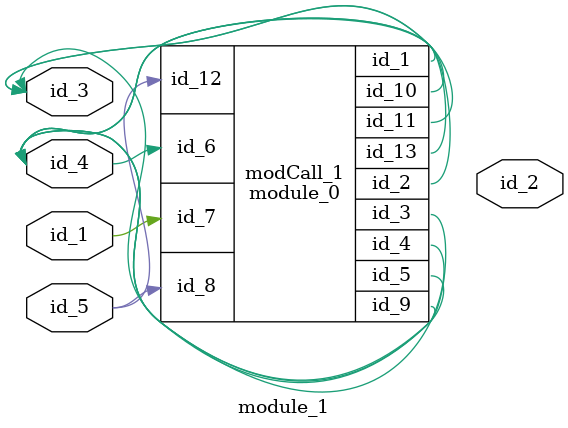
<source format=v>
module module_0 (
    id_1,
    id_2,
    id_3,
    id_4,
    id_5,
    id_6,
    id_7,
    id_8,
    id_9,
    id_10,
    id_11,
    id_12,
    id_13
);
  inout wire id_13;
  input wire id_12;
  output wire id_11;
  output wire id_10;
  output wire id_9;
  input wire id_8;
  input wire id_7;
  input wire id_6;
  inout wire id_5;
  inout wire id_4;
  output wire id_3;
  inout wire id_2;
  output wire id_1;
  wire id_14;
  wire id_15;
  ;
endmodule
module module_1 (
    id_1,
    id_2,
    id_3,
    id_4,
    id_5
);
  input wire id_5;
  inout wire id_4;
  inout wire id_3;
  output wire id_2;
  input wire id_1;
  module_0 modCall_1 (
      id_4,
      id_4,
      id_3,
      id_4,
      id_4,
      id_4,
      id_1,
      id_5,
      id_4,
      id_3,
      id_3,
      id_5,
      id_4
  );
endmodule

</source>
